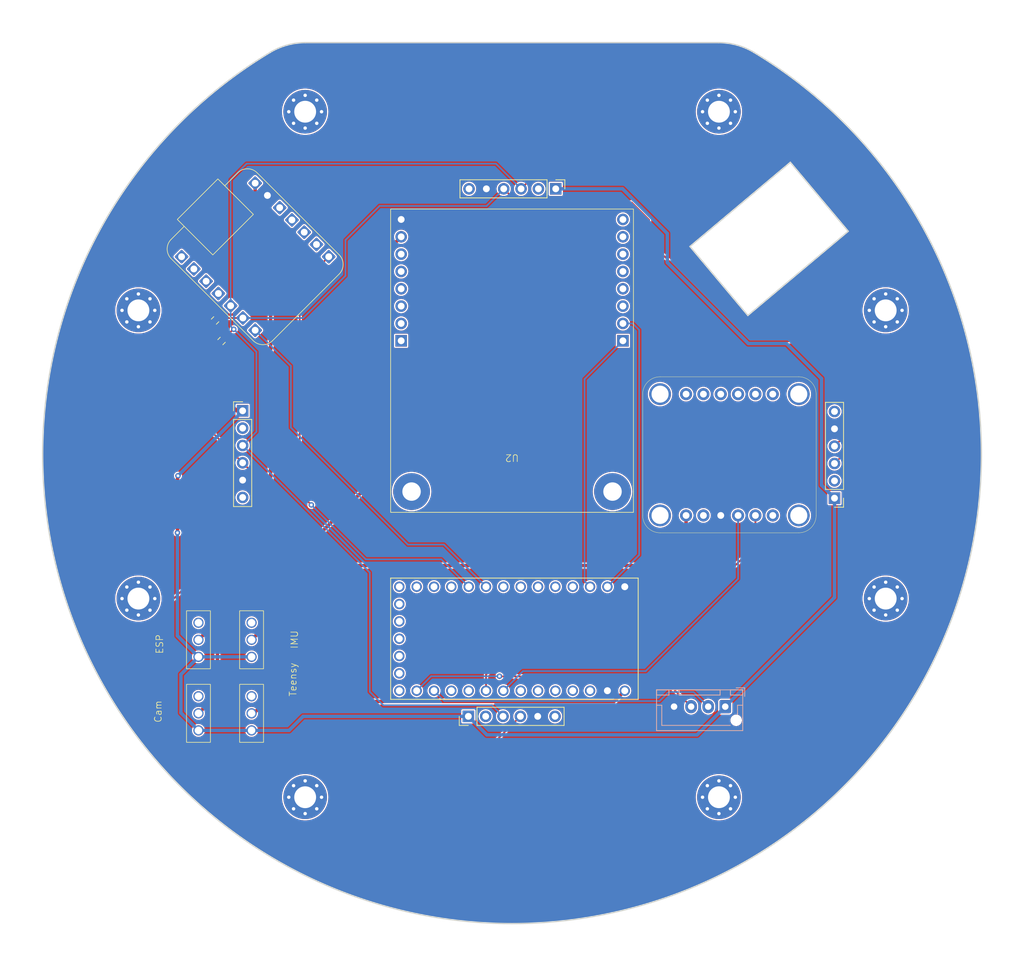
<source format=kicad_pcb>
(kicad_pcb (version 20240108) (generator "pcbnew") (generator_version "8.0")
  (layers (0 "F.Cu" signal) (31 "B.Cu" signal) (34 "B.Paste" user) (35 "F.Paste" user) (36 "B.SilkS" user "B.Silkscreen") (37 "F.SilkS" user "F.Silkscreen") (38 "B.Mask" user) (39 "F.Mask" user) (44 "Edge.Cuts" user))
  (net 0 "")
  (net 1 "/RXL2")
  (net 2 "GND")
  (net 3 "+5V")
  (net 4 "/TXL2")
  (net 5 "SCLToF")
  (net 6 "/TeensySwitch")
  (net 11 "/CompassSwitch")
  (net 12 "/SCLComp")
  (net 16 "/SDAComp")
  (net 20 "/RXCam")
  (net 22 "/TXCam")
  (net 23 "/CameraSwitch")
  (net 34 "/ESPSwitch")
  (net 36 "/TXToF")
  (net 39 "/RXToF")
  (net 142 "SDAToF")
  (footprint "Camera:OpenMV" (layer "F.Cu") (at 105 96.602548 180)
    (property "Reference" "U2" (at 0 -0.5 180) (layer "F.SilkS") (effects (font (thickness 0.1))))
    (property "Value" "~")
    (fp_rect (start -17.78 -8.485) (end 17.78 35.965) (stroke (width 0.1)) (fill none) (layer "F.SilkS"))
    (pad "" thru_hole circle (at -14.717 -5.437 180) (size 5.4 5.4) (drill 2.7) (layers "*.Cu" "*.Mask"))
    (pad "" thru_hole circle (at 14.717 -5.437 180) (size 5.4 5.4) (drill 2.7) (layers "*.Cu" "*.Mask"))
    (pad "1" thru_hole rect (at -16.239 16.661 180) (size 1.7 1.7) (drill 1) (layers "*.Cu" "*.Mask") (net 22 "/TXCam"))
    (pad "2" thru_hole oval (at -16.239 19.201 180) (size 1.7 1.7) (drill 1) (layers "*.Cu" "*.Mask") (net 20 "/RXCam"))
    (pad "3" thru_hole oval (at -16.239 21.741 180) (size 1.7 1.7) (drill 1) (layers "*.Cu" "*.Mask"))
    (pad "4" thru_hole oval (at -16.239 24.281 180) (size 1.7 1.7) (drill 1) (layers "*.Cu" "*.Mask"))
    (pad "5" thru_hole oval (at -16.239 26.821 180) (size 1.7 1.7) (drill 1) (layers "*.Cu" "*.Mask"))
    (pad "6" thru_hole oval (at -16.239 29.361 180) (size 1.7 1.7) (drill 1) (layers "*.Cu" "*.Mask"))
    (pad "7" thru_hole oval (at -16.239 31.901 180) (size 1.7 1.7) (drill 1) (layers "*.Cu" "*.Mask"))
    (pad "8" thru_hole oval (at -16.239 34.441 180) (size 1.7 1.7) (drill 1) (layers "*.Cu" "*.Mask"))
    (pad "9" thru_hole rect (at 16.239 16.661 180) (size 1.7 1.7) (drill 1) (layers "*.Cu" "*.Mask"))
    (pad "10" thru_hole oval (at 16.239 19.201 180) (size 1.7 1.7) (drill 1) (layers "*.Cu" "*.Mask"))
    (pad "11" thru_hole oval (at 16.239 21.741 180) (size 1.7 1.7) (drill 1) (layers "*.Cu" "*.Mask"))
    (pad "12" thru_hole oval (at 16.239 24.281 180) (size 1.7 1.7) (drill 1) (layers "*.Cu" "*.Mask"))
    (pad "13" thru_hole oval (at 16.239 26.821 180) (size 1.7 1.7) (drill 1) (layers "*.Cu" "*.Mask"))
    (pad "14" thru_hole oval (at 16.239 29.361 180) (size 1.7 1.7) (drill 1) (layers "*.Cu" "*.Mask"))
    (pad "15" thru_hole oval (at 16.239 31.901 180) (size 1.7 1.7) (drill 1) (layers "*.Cu" "*.Mask") (net 23 "/CameraSwitch"))
    (pad "16" thru_hole oval (at 16.239 34.441 180) (size 1.7 1.7) (drill 1) (layers "*.Cu" "*.Mask") (net 2 "GND"))
  )
  (footprint "MountingHole:MountingHole_3.2mm_M3_Pad_Via" (layer "F.Cu") (at 50.272 75.482548)
    (property "Reference" "H8" (hide yes))
    (property "Value" "MountingHole_Pad")
    (pad "1" thru_hole circle (at -2.4 0) (size 0.8 0.8) (drill 0.5) (layers "*.Cu" "*.Mask"))
    (pad "1" thru_hole circle (at -1.697056 -1.697056) (size 0.8 0.8) (drill 0.5) (layers "*.Cu" "*.Mask"))
    (pad "1" thru_hole circle (at -1.697056 1.697056) (size 0.8 0.8) (drill 0.5) (layers "*.Cu" "*.Mask"))
    (pad "1" thru_hole circle (at 0 -2.4) (size 0.8 0.8) (drill 0.5) (layers "*.Cu" "*.Mask"))
    (pad "1" thru_hole circle (at 0 0) (size 6.4 6.4) (drill 3.2) (layers "*.Cu" "*.Mask"))
    (pad "1" thru_hole circle (at 0 2.4) (size 0.8 0.8) (drill 0.5) (layers "*.Cu" "*.Mask"))
    (pad "1" thru_hole circle (at 1.697056 -1.697056) (size 0.8 0.8) (drill 0.5) (layers "*.Cu" "*.Mask"))
    (pad "1" thru_hole circle (at 1.697056 1.697056) (size 0.8 0.8) (drill 0.5) (layers "*.Cu" "*.Mask"))
    (pad "1" thru_hole circle (at 2.4 0) (size 0.8 0.8) (drill 0.5) (layers "*.Cu" "*.Mask"))
  )
  (footprint "Resistor_SMD:R_0603_1608Metric_Pad0.98x0.95mm_HandSolder" (layer "F.Cu") (at 62.45 79.97 -135)
    (property "Reference" "R1" (hide yes))
    (property "Value" "1k")
    (fp_line (start -0.254724 0.5225) (end 0.254724 0.5225) (stroke (width 0.12)) (layer "F.SilkS"))
    (fp_line (start -0.254724 -0.5225) (end 0.254724 -0.5225) (stroke (width 0.12)) (layer "F.SilkS"))
    (pad "1" smd roundrect (at -0.9125 0 225) (size 0.975 0.95) (layers "F.Cu" "F.Paste" "F.Mask") (net 142 "SDAToF"))
    (pad "2" smd roundrect (at 0.9125 0 225) (size 0.975 0.95) (layers "F.Cu" "F.Paste" "F.Mask") (net 3 "+5V"))
  )
  (footprint "Button_Switch_THT:SS12D00G3-2.5mm" (layer "F.Cu") (at 59.07 123.76 90)
    (property "Reference" "ESP" (at -0.63 -5.69 90) (layer "F.SilkS") (effects (font (thickness 0.1))))
    (property "Value" "SW_SPDT")
    (fp_rect (start -4.25 -1.75) (end 4.25 1.75) (stroke (width 0.1)) (fill none) (layer "F.SilkS"))
    (pad "1" thru_hole circle (at -2.5 0 90) (size 1.5 1.5) (drill 1.1) (layers "*.Cu" "*.Mask") (net 3 "+5V"))
    (pad "2" thru_hole circle (at 0 0 90) (size 1.5 1.5) (drill 1.1) (layers "*.Cu" "*.Mask") (net 34 "/ESPSwitch"))
    (pad "3" thru_hole circle (at 2.5 0 90) (size 1.5 1.5) (drill 1.1) (layers "*.Cu" "*.Mask"))
  )
  (footprint "MountingHole:MountingHole_3.2mm_M3_Pad_Via" (layer "F.Cu") (at 159.728 117.722548)
    (property "Reference" "H4" (hide yes))
    (property "Value" "MountingHole_Pad")
    (pad "1" thru_hole circle (at -2.4 0) (size 0.8 0.8) (drill 0.5) (layers "*.Cu" "*.Mask"))
    (pad "1" thru_hole circle (at -1.697056 -1.697056) (size 0.8 0.8) (drill 0.5) (layers "*.Cu" "*.Mask"))
    (pad "1" thru_hole circle (at -1.697056 1.697056) (size 0.8 0.8) (drill 0.5) (layers "*.Cu" "*.Mask"))
    (pad "1" thru_hole circle (at 0 -2.4) (size 0.8 0.8) (drill 0.5) (layers "*.Cu" "*.Mask"))
    (pad "1" thru_hole circle (at 0 0) (size 6.4 6.4) (drill 3.2) (layers "*.Cu" "*.Mask"))
    (pad "1" thru_hole circle (at 0 2.4) (size 0.8 0.8) (drill 0.5) (layers "*.Cu" "*.Mask"))
    (pad "1" thru_hole circle (at 1.697056 -1.697056) (size 0.8 0.8) (drill 0.5) (layers "*.Cu" "*.Mask"))
    (pad "1" thru_hole circle (at 1.697056 1.697056) (size 0.8 0.8) (drill 0.5) (layers "*.Cu" "*.Mask"))
    (pad "1" thru_hole circle (at 2.4 0) (size 0.8 0.8) (drill 0.5) (layers "*.Cu" "*.Mask"))
  )
  (footprint "Connector_PinHeader_2.54mm:PinHeader_1x06_P2.54mm_Vertical" (layer "F.Cu") (at 111.4 57.67 -90)
    (property "Reference" "J2" (hide yes))
    (property "Value" "Conn_01x06")
    (fp_line (start -1.33 14.03) (end 1.33 14.03) (stroke (width 0.12)) (layer "F.SilkS"))
    (fp_line (start -1.33 1.27) (end -1.33 14.03) (stroke (width 0.12)) (layer "F.SilkS"))
    (fp_line (start -1.33 1.27) (end 1.33 1.27) (stroke (width 0.12)) (layer "F.SilkS"))
    (fp_line (start 1.33 1.27) (end 1.33 14.03) (stroke (width 0.12)) (layer "F.SilkS"))
    (fp_line (start -1.33 0) (end -1.33 -1.33) (stroke (width 0.12)) (layer "F.SilkS"))
    (fp_line (start -1.33 -1.33) (end 0 -1.33) (stroke (width 0.12)) (layer "F.SilkS"))
    (pad "1" thru_hole rect (at 0 0 270) (size 1.7 1.7) (drill 1) (layers "*.Cu" "*.Mask") (net 3 "+5V"))
    (pad "2" thru_hole oval (at 0 2.54 270) (size 1.7 1.7) (drill 1) (layers "*.Cu" "*.Mask"))
    (pad "3" thru_hole oval (at 0 5.08 270) (size 1.7 1.7) (drill 1) (layers "*.Cu" "*.Mask") (net 142 "SDAToF"))
    (pad "4" thru_hole oval (at 0 7.62 270) (size 1.7 1.7) (drill 1) (layers "*.Cu" "*.Mask") (net 5 "SCLToF"))
    (pad "5" thru_hole oval (at 0 10.16 270) (size 1.7 1.7) (drill 1) (layers "*.Cu" "*.Mask") (net 2 "GND"))
    (pad "6" thru_hole oval (at 0 12.7 270) (size 1.7 1.7) (drill 1) (layers "*.Cu" "*.Mask"))
  )
  (footprint "Board:MODULE_DEV-15583" (layer "F.Cu") (at 105 123.602548 -90)
    (property "Reference" "U4" (hide yes))
    (property "Value" "DEV-15583")
    (fp_line (start -8.89 17.78) (end -8.89 -18.48) (stroke (width 0.127)) (layer "F.SilkS"))
    (fp_line (start 8.89 17.78) (end -8.89 17.78) (stroke (width 0.127)) (layer "F.SilkS"))
    (fp_line (start -8.89 -18.48) (end 8.89 -18.48) (stroke (width 0.127)) (layer "F.SilkS"))
    (fp_line (start 8.89 -18.48) (end 8.89 17.78) (stroke (width 0.127)) (layer "F.SilkS"))
    (pad "0" thru_hole circle (at -7.62 -13.97 270) (size 1.53 1.53) (drill 1.02) (layers "*.Cu" "*.Mask") (net 20 "/RXCam"))
    (pad "1" thru_hole circle (at -7.62 -11.43 270) (size 1.53 1.53) (drill 1.02) (layers "*.Cu" "*.Mask") (net 22 "/TXCam"))
    (pad "2" thru_hole circle (at -7.62 -8.89 270) (size 1.53 1.53) (drill 1.02) (layers "*.Cu" "*.Mask"))
    (pad "3" thru_hole circle (at -7.62 -6.35 270) (size 1.53 1.53) (drill 1.02) (layers "*.Cu" "*.Mask"))
    (pad "3.3V_1" thru_hole circle (at -2.54 16.51 270) (size 1.53 1.53) (drill 1.02) (layers "*.Cu" "*.Mask"))
    (pad "3.3V_2" thru_hole circle (at 7.62 -11.43 270) (size 1.53 1.53) (drill 1.02) (layers "*.Cu" "*.Mask"))
    (pad "4" thru_hole circle (at -7.62 -3.81 270) (size 1.53 1.53) (drill 1.02) (layers "*.Cu" "*.Mask"))
    (pad "5" thru_hole circle (at -7.62 -1.27 270) (size 1.53 1.53) (drill 1.02) (layers "*.Cu" "*.Mask"))
    (pad "6" thru_hole circle (at -7.62 1.27 270) (size 1.53 1.53) (drill 1.02) (layers "*.Cu" "*.Mask"))
    (pad "7" thru_hole circle (at -7.62 3.81 270) (size 1.53 1.53) (drill 1.02) (layers "*.Cu" "*.Mask") (net 36 "/TXToF"))
    (pad "8" thru_hole circle (at -7.62 6.35 270) (size 1.53 1.53) (drill 1.02) (layers "*.Cu" "*.Mask") (net 39 "/RXToF"))
    (pad "9" thru_hole circle (at -7.62 8.89 270) (size 1.53 1.53) (drill 1.02) (layers "*.Cu" "*.Mask"))
    (pad "10" thru_hole circle (at -7.62 11.43 270) (size 1.53 1.53) (drill 1.02) (layers "*.Cu" "*.Mask"))
    (pad "11" thru_hole circle (at -7.62 13.97 270) (size 1.53 1.53) (drill 1.02) (layers "*.Cu" "*.Mask"))
    (pad "12" thru_hole circle (at -7.62 16.51 270) (size 1.53 1.53) (drill 1.02) (layers "*.Cu" "*.Mask"))
    (pad "13" thru_hole circle (at 7.62 16.51 270) (size 1.53 1.53) (drill 1.02) (layers "*.Cu" "*.Mask"))
    (pad "14" thru_hole circle (at 7.62 13.97 270) (size 1.53 1.53) (drill 1.02) (layers "*.Cu" "*.Mask") (net 4 "/TXL2"))
    (pad "15" thru_hole circle (at 7.62 11.43 270) (size 1.53 1.53) (drill 1.02) (layers "*.Cu" "*.Mask") (net 1 "/RXL2"))
    (pad "16" thru_hole circle (at 7.62 8.89 270) (size 1.53 1.53) (drill 1.02) (layers "*.Cu" "*.Mask"))
    (pad "17" thru_hole circle (at 7.62 6.35 270) (size 1.53 1.53) (drill 1.02) (layers "*.Cu" "*.Mask"))
    (pad "18" thru_hole circle (at 7.62 3.81 270) (size 1.53 1.53) (drill 1.02) (layers "*.Cu" "*.Mask") (net 16 "/SDAComp"))
    (pad "19" thru_hole circle (at 7.62 1.27 270) (size 1.53 1.53) (drill 1.02) (layers "*.Cu" "*.Mask") (net 12 "/SCLComp"))
    (pad "20" thru_hole circle (at 7.62 -1.27 270) (size 1.53 1.53) (drill 1.02) (layers "*.Cu" "*.Mask"))
    (pad "21" thru_hole circle (at 7.62 -3.81 270) (size 1.53 1.53) (drill 1.02) (layers "*.Cu" "*.Mask"))
    (pad "22" thru_hole circle (at 7.62 -6.35 270) (size 1.53 1.53) (drill 1.02) (layers "*.Cu" "*.Mask"))
    (pad "23" thru_hole circle (at 7.62 -8.89 270) (size 1.53 1.53) (drill 1.02) (layers "*.Cu" "*.Mask"))
    (pad "G1" thru_hole circle (at -7.62 -16.51 270) (size 1.53 1.53) (drill 1.02) (layers "*.Cu" "*.Mask") (net 2 "GND"))
    (pad "G2" thru_hole circle (at 0 16.51 270) (size 1.53 1.53) (drill 1.02) (layers "*.Cu" "*.Mask"))
    (pad "G3" thru_hole circle (at 7.62 -13.97 270) (size 1.53 1.53) (drill 1.02) (layers "*.Cu" "*.Mask") (net 2 "GND"))
    (pad "ON-OFF" thru_hole circle (at 5.08 16.51 270) (size 1.53 1.53) (drill 1.02) (layers "*.Cu" "*.Mask"))
    (pad "PGM" thru_hole circle (at 2.54 16.51 270) (size 1.53 1.53) (drill 1.02) (layers "*.Cu" "*.Mask"))
    (pad "VBAT" thru_hole circle (at -5.08 16.51 270) (size 1.53 1.53) (drill 1.02) (layers "*.Cu" "*.Mask"))
    (pad "VIN" thru_hole circle (at 7.62 -16.51 270) (size 1.53 1.53) (drill 1.02) (layers "*.Cu" "*.Mask") (net 6 "/TeensySwitch"))
  )
  (footprint "Button_Switch_THT:SS12D00G3-2.5mm" (layer "F.Cu") (at 66.85 123.76 90)
    (property "Reference" "IMU" (at 0.03 6.28 90) (layer "F.SilkS") (effects (font (thickness 0.1))))
    (property "Value" "SW_SPDT")
    (fp_rect (start -4.25 -1.75) (end 4.25 1.75) (stroke (width 0.1)) (fill none) (layer "F.SilkS"))
    (pad "1" thru_hole circle (at -2.5 0 90) (size 1.5 1.5) (drill 1.1) (layers "*.Cu" "*.Mask") (net 3 "+5V"))
    (pad "2" thru_hole circle (at 0 0 90) (size 1.5 1.5) (drill 1.1) (layers "*.Cu" "*.Mask") (net 11 "/CompassSwitch"))
    (pad "3" thru_hole circle (at 2.5 0 90) (size 1.5 1.5) (drill 1.1) (layers "*.Cu" "*.Mask"))
  )
  (footprint "Button_Switch_THT:SS12D00G3-2.5mm" (layer "F.Cu") (at 59.07 134.54 90)
    (property "Reference" "Cam" (at 0.26 -5.91 90) (layer "F.SilkS") (effects (font (thickness 0.1))))
    (property "Value" "SW_SPDT")
    (fp_rect (start -4.25 -1.75) (end 4.25 1.75) (stroke (width 0.1)) (fill none) (layer "F.SilkS"))
    (pad "1" thru_hole circle (at -2.5 0 90) (size 1.5 1.5) (drill 1.1) (layers "*.Cu" "*.Mask") (net 3 "+5V"))
    (pad "2" thru_hole circle (at 0 0 90) (size 1.5 1.5) (drill 1.1) (layers "*.Cu" "*.Mask") (net 23 "/CameraSwitch"))
    (pad "3" thru_hole circle (at 2.5 0 90) (size 1.5 1.5) (drill 1.1) (layers "*.Cu" "*.Mask"))
  )
  (footprint "MountingHole:MountingHole_3.2mm_M3_Pad_Via" (layer "F.Cu") (at 135.303 146.832548)
    (property "Reference" "H5" (hide yes))
    (property "Value" "MountingHole_Pad")
    (pad "1" thru_hole circle (at -2.4 0) (size 0.8 0.8) (drill 0.5) (layers "*.Cu" "*.Mask"))
    (pad "1" thru_hole circle (at -1.697056 -1.697056) (size 0.8 0.8) (drill 0.5) (layers "*.Cu" "*.Mask"))
    (pad "1" thru_hole circle (at -1.697056 1.697056) (size 0.8 0.8) (drill 0.5) (layers "*.Cu" "*.Mask"))
    (pad "1" thru_hole circle (at 0 -2.4) (size 0.8 0.8) (drill 0.5) (layers "*.Cu" "*.Mask"))
    (pad "1" thru_hole circle (at 0 0) (size 6.4 6.4) (drill 3.2) (layers "*.Cu" "*.Mask"))
    (pad "1" thru_hole circle (at 0 2.4) (size 0.8 0.8) (drill 0.5) (layers "*.Cu" "*.Mask"))
    (pad "1" thru_hole circle (at 1.697056 -1.697056) (size 0.8 0.8) (drill 0.5) (layers "*.Cu" "*.Mask"))
    (pad "1" thru_hole circle (at 1.697056 1.697056) (size 0.8 0.8) (drill 0.5) (layers "*.Cu" "*.Mask"))
    (pad "1" thru_hole circle (at 2.4 0) (size 0.8 0.8) (drill 0.5) (layers "*.Cu" "*.Mask"))
  )
  (footprint "MountingHole:MountingHole_3.2mm_M3_Pad_Via" (layer "F.Cu") (at 50.272 117.722548)
    (property "Reference" "H7" (hide yes))
    (property "Value" "MountingHole_Pad")
    (pad "1" thru_hole circle (at -2.4 0) (size 0.8 0.8) (drill 0.5) (layers "*.Cu" "*.Mask"))
    (pad "1" thru_hole circle (at -1.697056 -1.697056) (size 0.8 0.8) (drill 0.5) (layers "*.Cu" "*.Mask"))
    (pad "1" thru_hole circle (at -1.697056 1.697056) (size 0.8 0.8) (drill 0.5) (layers "*.Cu" "*.Mask"))
    (pad "1" thru_hole circle (at 0 -2.4) (size 0.8 0.8) (drill 0.5) (layers "*.Cu" "*.Mask"))
    (pad "1" thru_hole circle (at 0 0) (size 6.4 6.4) (drill 3.2) (layers "*.Cu" "*.Mask"))
    (pad "1" thru_hole circle (at 0 2.4) (size 0.8 0.8) (drill 0.5) (layers "*.Cu" "*.Mask"))
    (pad "1" thru_hole circle (at 1.697056 -1.697056) (size 0.8 0.8) (drill 0.5) (layers "*.Cu" "*.Mask"))
    (pad "1" thru_hole circle (at 1.697056 1.697056) (size 0.8 0.8) (drill 0.5) (layers "*.Cu" "*.Mask"))
    (pad "1" thru_hole circle (at 2.4 0) (size 0.8 0.8) (drill 0.5) (layers "*.Cu" "*.Mask"))
  )
  (footprint "MountingHole:MountingHole_3.2mm_M3_Pad_Via" (layer "F.Cu") (at 159.728 75.482548)
    (property "Reference" "H3" (hide yes))
    (property "Value" "MountingHole_Pad")
    (pad "1" thru_hole circle (at -2.4 0) (size 0.8 0.8) (drill 0.5) (layers "*.Cu" "*.Mask"))
    (pad "1" thru_hole circle (at -1.697056 -1.697056) (size 0.8 0.8) (drill 0.5) (layers "*.Cu" "*.Mask"))
    (pad "1" thru_hole circle (at -1.697056 1.697056) (size 0.8 0.8) (drill 0.5) (layers "*.Cu" "*.Mask"))
    (pad "1" thru_hole circle (at 0 -2.4) (size 0.8 0.8) (drill 0.5) (layers "*.Cu" "*.Mask"))
    (pad "1" thru_hole circle (at 0 0) (size 6.4 6.4) (drill 3.2) (layers "*.Cu" "*.Mask"))
    (pad "1" thru_hole circle (at 0 2.4) (size 0.8 0.8) (drill 0.5) (layers "*.Cu" "*.Mask"))
    (pad "1" thru_hole circle (at 1.697056 -1.697056) (size 0.8 0.8) (drill 0.5) (layers "*.Cu" "*.Mask"))
    (pad "1" thru_hole circle (at 1.697056 1.697056) (size 0.8 0.8) (drill 0.5) (layers "*.Cu" "*.Mask"))
    (pad "1" thru_hole circle (at 2.4 0) (size 0.8 0.8) (drill 0.5) (layers "*.Cu" "*.Mask"))
  )
  (footprint "Button_Switch_THT:SS12D00G3-2.5mm" (layer "F.Cu") (at 66.85 134.54 90)
    (property "Reference" "Teensy" (at 4.95 6.06 90) (layer "F.SilkS") (effects (font (thickness 0.1))))
    (property "Value" "SW_SPDT")
    (fp_rect (start -4.25 -1.75) (end 4.25 1.75) (stroke (width 0.1)) (fill none) (layer "F.SilkS"))
    (pad "1" thru_hole circle (at -2.5 0 90) (size 1.5 1.5) (drill 1.1) (layers "*.Cu" "*.Mask") (net 3 "+5V"))
    (pad "2" thru_hole circle (at 0 0 90) (size 1.5 1.5) (drill 1.1) (layers "*.Cu" "*.Mask") (net 6 "/TeensySwitch"))
    (pad "3" thru_hole circle (at 2.5 0 90) (size 1.5 1.5) (drill 1.1) (layers "*.Cu" "*.Mask"))
  )
  (footprint "Board:xiao-esp32c3" (layer "F.Cu") (at 67.373693 67.62 45)
    (property "Reference" "U3" (hide yes))
    (property "Value" "~" (hide yes))
    (fp_line (start -6.9 -10.5) (end -4.2 -10.5) (stroke (width 0.1)) (layer "F.SilkS"))
    (fp_line (start -8.9 -8.5) (end -8.9 8.5) (stroke (width 0.1)) (layer "F.SilkS"))
    (fp_line (start 4.2 -10.5) (end 6.9 -10.5) (stroke (width 0.1)) (layer "F.SilkS"))
    (fp_line (start -6.9 10.5) (end 6.9 10.5) (stroke (width 0.1)) (layer "F.SilkS"))
    (fp_line (start 8.9 8.5) (end 8.9 -8.5) (stroke (width 0.1)) (layer "F.SilkS"))
    (fp_arc (start -8.9 -8.5) (mid -8.314214 -9.914214) (end -6.9 -10.5) (stroke (width 0.1)) (layer "F.SilkS"))
    (fp_arc (start 6.9 -10.5) (mid 8.314213 -9.914213) (end 8.9 -8.5) (stroke (width 0.1)) (layer "F.SilkS"))
    (fp_arc (start -6.9 10.5) (mid -8.314212 9.914212) (end -8.9 8.5) (stroke (width 0.1)) (layer "F.SilkS"))
    (fp_arc (start 8.9 8.5) (mid 8.314214 9.914214) (end 6.9 10.5) (stroke (width 0.1)) (layer "F.SilkS"))
    (fp_poly (pts (xy -8.887715 -8.561705) (xy -8.884667 -8.610473) (xy -8.880604 -8.659494)) (stroke (width 0.0254)) (fill none) (layer "F.SilkS"))
    (fp_poly (pts (xy -4.2 -11.92403) (xy 4.2 -11.92403) (xy 4.2 -4.57073) (xy -4.2 -4.57073)) (stroke (width 0.1)) (fill none) (layer "F.SilkS"))
    (fp_poly (pts (xy 8.889492 8.521574) (xy 8.887713 8.57085) (xy 8.884665 8.619618) (xy 8.880601 8.668639) (xy 8.875268 8.717407) (xy 8.868664 8.766175) (xy 8.861044 8.81469) (xy 8.852152 8.86295) (xy 8.842248 8.910955)) (stroke (width 0.0254)) (fill none) (layer "F.SilkS"))
    (pad "0" thru_hole roundrect (at -7.62 -7.62 225) (size 1.5 1.5) (drill 1) (layers "*.Cu" "*.Mask") (roundrect_rratio 0.1))
    (pad "1" thru_hole roundrect (at -7.62 -5.08 225) (size 1.5 1.5) (drill 1) (layers "*.Cu" "*.Mask") (roundrect_rratio 0.1))
    (pad "2" thru_hole roundrect (at -7.62 -2.54 225) (size 1.5 1.5) (drill 1) (layers "*.Cu" "*.Mask") (roundrect_rratio 0.1))
    (pad "3" thru_hole roundrect (at -7.62 0 225) (size 1.5 1.5) (drill 1) (layers "*.Cu" "*.Mask") (roundrect_rratio 0.1))
    (pad "4" thru_hole roundrect (at -7.62 2.54 225) (size 1.5 1.5) (drill 1) (layers "*.Cu" "*.Mask") (roundrect_rratio 0.1) (net 142 "SDAToF"))
    (pad "5" thru_hole roundrect (at -7.62 5.08 225) (size 1.5 1.5) (drill 1) (layers "*.Cu" "*.Mask") (roundrect_rratio 0.1) (net 5 "SCLToF"))
    (pad "6" thru_hole roundrect (at -7.62 7.62 225) (size 1.5 1.5) (drill 1) (layers "*.Cu" "*.Mask") (roundrect_rratio 0.1) (net 36 "/TXToF"))
    (pad "7" thru_hole roundrect (at 7.62 7.62 45) (size 1.5 1.5) (drill 1) (layers "*.Cu" "*.Mask") (roundrect_rratio 0.1) (net 39 "/RXToF"))
    (pad "8" thru_hole roundrect (at 7.62 5.08 45) (size 1.5 1.5) (drill 1) (layers "*.Cu" "*.Mask") (roundrect_rratio 0.1))
    (pad "9" thru_hole roundrect (at 7.62 2.54 45) (size 1.5 1.5) (drill 1) (layers "*.Cu" "*.Mask") (roundrect_rratio 0.1))
    (pad "10" thru_hole roundrect (at 7.62 0 45) (size 1.5 1.5) (drill 1) (layers "*.Cu" "*.Mask") (roundrect_rratio 0.1))
    (pad "11" thru_hole roundrect (at 7.62 -2.54 45) (size 1.5 1.5) (drill 1) (layers "*.Cu" "*.Mask") (roundrect_rratio 0.1))
    (pad "12" thru_hole roundrect (at 7.62 -5.08 45) (size 1.5 1.5) (drill 1) (layers "*.Cu" "*.Mask") (roundrect_rratio 0.1) (net 2 "GND"))
    (pad "13" thru_hole roundrect (at 7.62 -7.62 45) (size 1.5 1.5) (drill 1) (layers "*.Cu" "*.Mask") (roundrect_rratio 0.1) (net 34 "/ESPSwitch"))
  )
  (footprint "Connector_PinHeader_2.54mm:PinHeader_1x06_P2.54mm_Vertical" (layer "F.Cu") (at 152.23 103.002548 180)
    (property "Reference" "J3" (hide yes))
    (property "Value" "Conn_01x06")
    (fp_line (start 1.33 1.27) (end 1.33 14.03) (stroke (width 0.12)) (layer "F.SilkS"))
    (fp_line (start -1.33 14.03) (end 1.33 14.03) (stroke (width 0.12)) (layer "F.SilkS"))
    (fp_line (start -1.33 1.27) (end 1.33 1.27) (stroke (width 0.12)) (layer "F.SilkS"))
    (fp_line (start -1.33 1.27) (end -1.33 14.03) (stroke (width 0.12)) (layer "F.SilkS"))
    (fp_line (start -1.33 0) (end -1.33 -1.33) (stroke (width 0.12)) (layer "F.SilkS"))
    (fp_line (start -1.33 -1.33) (end 0 -1.33) (stroke (width 0.12)) (layer "F.SilkS"))
    (pad "1" thru_hole rect (at 0 0 180) (size 1.7 1.7) (drill 1) (layers "*.Cu" "*.Mask") (net 3 "+5V"))
    (pad "2" thru_hole oval (at 0 2.54 180) (size 1.7 1.7) (drill 1) (layers "*.Cu" "*.Mask"))
    (pad "3" thru_hole oval (at 0 5.08 180) (size 1.7 1.7) (drill 1) (layers "*.Cu" "*.Mask") (net 142 "SDAToF"))
    (pad "4" thru_hole oval (at 0 7.62 180) (size 1.7 1.7) (drill 1) (layers "*.Cu" "*.Mask") (net 5 "SCLToF"))
    (pad "5" thru_hole oval (at 0 10.16 180) (size 1.7 1.7) (drill 1) (layers "*.Cu" "*.Mask") (net 2 "GND"))
    (pad "6" thru_hole oval (at 0 12.7 180) (size 1.7 1.7) (drill 1) (layers "*.Cu" "*.Mask"))
  )
  (footprint "Connector_PinHeader_2.54mm:PinHeader_1x06_P2.54mm_Vertical" (layer "F.Cu") (at 65.54 90.202548)
    (property "Reference" "J5" (hide yes))
    (property "Value" "Conn_01x06")
    (fp_line (start -1.33 -1.33) (end 0 -1.33) (stroke (width 0.12)) (layer "F.SilkS"))
    (fp_line (start -1.33 0) (end -1.33 -1.33) (stroke (width 0.12)) (layer "F.SilkS"))
    (fp_line (start -1.33 1.27) (end -1.33 14.03) (stroke (width 0.12)) (layer "F.SilkS"))
    (fp_line (start -1.33 1.27) (end 1.33 1.27) (stroke (width 0.12)) (layer "F.SilkS"))
    (fp_line (start -1.33 14.03) (end 1.33 14.03) (stroke (width 0.12)) (layer "F.SilkS"))
    (fp_line (start 1.33 1.27) (end 1.33 14.03) (stroke (width 0.12)) (layer "F.SilkS"))
    (pad "1" thru_hole rect (at 0 0) (size 1.7 1.7) (drill 1) (layers "*.Cu" "*.Mask") (net 3 "+5V"))
    (pad "2" thru_hole oval (at 0 2.54) (size 1.7 1.7) (drill 1) (layers "*.Cu" "*.Mask"))
    (pad "3" thru_hole oval (at 0 5.08) (size 1.7 1.7) (drill 1) (layers "*.Cu" "*.Mask") (net 142 "SDAToF"))
    (pad "4" thru_hole oval (at 0 7.62) (size 1.7 1.7) (drill 1) (layers "*.Cu" "*.Mask") (net 5 "SCLToF"))
    (pad "5" thru_hole oval (at 0 10.16) (size 1.7 1.7) (drill 1) (layers "*.Cu" "*.Mask") (net 2 "GND"))
    (pad "6" thru_hole oval (at 0 12.7) (size 1.7 1.7) (drill 1) (layers "*.Cu" "*.Mask"))
  )
  (footprint "MountingHole:MountingHole_3.2mm_M3_Pad_Via" (layer "F.Cu") (at 74.697 46.372548)
    (property "Reference" "H1" (hide yes))
    (property "Value" "MountingHole_Pad")
    (pad "1" thru_hole circle (at -2.4 0) (size 0.8 0.8) (drill 0.5) (layers "*.Cu" "*.Mask"))
    (pad "1" thru_hole circle (at -1.697056 -1.697056) (size 0.8 0.8) (drill 0.5) (layers "*.Cu" "*.Mask"))
    (pad "1" thru_hole circle (at -1.697056 1.697056) (size 0.8 0.8) (drill 0.5) (layers "*.Cu" "*.Mask"))
    (pad "1" thru_hole circle (at 0 -2.4) (size 0.8 0.8) (drill 0.5) (layers "*.Cu" "*.Mask"))
    (pad "1" thru_hole circle (at 0 0) (size 6.4 6.4) (drill 3.2) (layers "*.Cu" "*.Mask"))
    (pad "1" thru_hole circle (at 0 2.4) (size 0.8 0.8) (drill 0.5) (layers "*.Cu" "*.Mask"))
    (pad "1" thru_hole circle (at 1.697056 -1.697056) (size 0.8 0.8) (drill 0.5) (layers "*.Cu" "*.Mask"))
    (pad "1" thru_hole circle (at 1.697056 1.697056) (size 0.8 0.8) (drill 0.5) (layers "*.Cu" "*.Mask"))
    (pad "1" thru_hole circle (at 2.4 0) (size 0.8 0.8) (drill 0.5) (layers "*.Cu" "*.Mask"))
  )
  (footprint "MountingHole:MountingHole_3.2mm_M3_Pad_Via" (layer "F.Cu") (at 135.303 46.372548)
    (property "Reference" "H2" (hide yes))
    (property "Value" "MountingHole_Pad")
    (pad "1" thru_hole circle (at -2.4 0) (size 0.8 0.8) (drill 0.5) (layers "*.Cu" "*.Mask"))
    (pad "1" thru_hole circle (at -1.697056 -1.697056) (size 0.8 0.8) (drill 0.5) (layers "*.Cu" "*.Mask"))
    (pad "1" thru_hole circle (at -1.697056 1.697056) (size 0.8 0.8) (drill 0.5) (layers "*.Cu" "*.Mask"))
    (pad "1" thru_hole circle (at 0 -2.4) (size 0.8 0.8) (drill 0.5) (layers "*.Cu" "*.Mask"))
    (pad "1" thru_hole circle (at 0 0) (size 6.4 6.4) (drill 3.2) (layers "*.Cu" "*.Mask"))
    (pad "1" thru_hole circle (at 0 2.4) (size 0.8 0.8) (drill 0.5) (layers "*.Cu" "*.Mask"))
    (pad "1" thru_hole circle (at 1.697056 -1.697056) (size 0.8 0.8) (drill 0.5) (layers "*.Cu" "*.Mask"))
    (pad "1" thru_hole circle (at 1.697056 1.697056) (size 0.8 0.8) (drill 0.5) (layers "*.Cu" "*.Mask"))
    (pad "1" thru_hole circle (at 2.4 0) (size 0.8 0.8) (drill 0.5) (layers "*.Cu" "*.Mask"))
  )
  (footprint "MountingHole:MountingHole_3.2mm_M3_Pad_Via" (layer "F.Cu") (at 74.697 146.832548)
    (property "Reference" "H6" (hide yes))
    (property "Value" "MountingHole_Pad")
    (pad "1" thru_hole circle (at -2.4 0) (size 0.8 0.8) (drill 0.5) (layers "*.Cu" "*.Mask"))
    (pad "1" thru_hole circle (at -1.697056 -1.697056) (size 0.8 0.8) (drill 0.5) (layers "*.Cu" "*.Mask"))
    (pad "1" thru_hole circle (at -1.697056 1.697056) (size 0.8 0.8) (drill 0.5) (layers "*.Cu" "*.Mask"))
    (pad "1" thru_hole circle (at 0 -2.4) (size 0.8 0.8) (drill 0.5) (layers "*.Cu" "*.Mask"))
    (pad "1" thru_hole circle (at 0 0) (size 6.4 6.4) (drill 3.2) (layers "*.Cu" "*.Mask"))
    (pad "1" thru_hole circle (at 0 2.4) (size 0.8 0.8) (drill 0.5) (layers "*.Cu" "*.Mask"))
    (pad "1" thru_hole circle (at 1.697056 -1.697056) (size 0.8 0.8) (drill 0.5) (layers "*.Cu" "*.Mask"))
    (pad "1" thru_hole circle (at 1.697056 1.697056) (size 0.8 0.8) (drill 0.5) (layers "*.Cu" "*.Mask"))
    (pad "1" thru_hole circle (at 2.4 0) (size 0.8 0.8) (drill 0.5) (layers "*.Cu" "*.Mask"))
  )
  (footprint "Resistor_SMD:R_0603_1608Metric_Pad0.98x0.95mm_HandSolder" (layer "F.Cu") (at 61.5 76.962 -135)
    (property "Reference" "R2" (hide yes))
    (property "Value" "1k")
    (fp_line (start -0.254724 0.5225) (end 0.254724 0.5225) (stroke (width 0.12)) (layer "F.SilkS"))
    (fp_line (start -0.254724 -0.5225) (end 0.254724 -0.5225) (stroke (width 0.12)) (layer "F.SilkS"))
    (pad "1" smd roundrect (at -0.9125 0 225) (size 0.975 0.95) (layers "F.Cu" "F.Paste" "F.Mask") (net 5 "SCLToF"))
    (pad "2" smd roundrect (at 0.9125 0 225) (size 0.975 0.95) (layers "F.Cu" "F.Paste" "F.Mask") (net 3 "+5V"))
  )
  (footprint "Connector_PinHeader_2.54mm:PinHeader_1x06_P2.54mm_Vertical" (layer "F.Cu") (at 98.6 134.98 90)
    (property "Reference" "J4" (hide yes))
    (property "Value" "Conn_01x06")
    (fp_line (start -1.33 -1.33) (end 0 -1.33) (stroke (width 0.12)) (layer "F.SilkS"))
    (fp_line (start -1.33 0) (end -1.33 -1.33) (stroke (width 0.12)) (layer "F.SilkS"))
    (fp_line (start 1.33 1.27) (end 1.33 14.03) (stroke (width 0.12)) (layer "F.SilkS"))
    (fp_line (start -1.33 1.27) (end 1.33 1.27) (stroke (width 0.12)) (layer "F.SilkS"))
    (fp_line (start -1.33 1.27) (end -1.33 14.03) (stroke (width 0.12)) (layer "F.SilkS"))
    (fp_line (start -1.33 14.03) (end 1.33 14.03) (stroke (width 0.12)) (layer "F.SilkS"))
    (pad "1" thru_hole rect (at 0 0 90) (size 1.7 1.7) (drill 1) (layers "*.Cu" "*.Mask") (net 3 "+5V"))
    (pad "2" thru_hole oval (at 0 2.54 90) (size 1.7 1.7) (drill 1) (layers "*.Cu" "*.Mask"))
    (pad "3" thru_hole oval (at 0 5.08 90) (size 1.7 1.7) (drill 1) (layers "*.Cu" "*.Mask") (net 142 "SDAToF"))
    (pad "4" thru_hole oval (at 0 7.62 90) (size 1.7 1.7) (drill 1) (layers "*.Cu" "*.Mask") (net 5 "SCLToF"))
    (pad "5" thru_hole oval (at 0 10.16 90) (size 1.7 1.7) (drill 1) (layers "*.Cu" "*.Mask") (net 2 "GND"))
    (pad "6" thru_hole oval (at 0 12.7 90) (size 1.7 1.7) (drill 1) (layers "*.Cu" "*.Mask"))
  )
  (footprint "Sensor_Motion:BNO085" (layer "F.Cu") (at 136.84 96.65)
    (property "Reference" "U1" (hide yes))
    (property "Value" "~")
    (fp_line (start -12.7 -8.89) (end -12.7 8.89) (stroke (width 0.05)) (layer "F.SilkS"))
    (fp_line (start -10.16 11.43) (end 10.16 11.43) (stroke (width 0.05)) (layer "F.SilkS"))
    (fp_line (start 10.16 -11.43) (end -10.16 -11.43) (stroke (width 0.05)) (layer "F.SilkS"))
    (fp_line (start 12.7 8.89) (end 12.7 -8.89) (stroke (width 0.05)) (layer "F.SilkS"))
    (fp_arc (start -12.7 -8.89) (mid -11.956051 -10.686051) (end -10.16 -11.43) (stroke (width 0.05)) (layer "F.SilkS"))
    (fp_arc (start -10.16 11.43) (mid -11.956051 10.686051) (end -12.7 8.89) (stroke (width 0.05)) (layer "F.SilkS"))
    (fp_arc (start 10.16 -11.43) (mid 11.956051 -10.686051) (end 12.7 -8.89) (stroke (width 0.05)) (layer "F.SilkS"))
    (fp_arc (start 12.7 8.89) (mid 11.956051 10.686051) (end 10.16 11.43) (stroke (width 0.05)) (layer "F.SilkS"))
    (pad "0" thru_hole circle (at -6.35 8.89 90) (size 1.778 1.778) (drill 1) (layers "*.Cu" "*.Mask") (net 11 "/CompassSwitch"))
    (pad "1" thru_hole circle (at -3.81 8.89 90) (size 1.778 1.778) (drill 1) (layers "*.Cu" "*.Mask"))
    (pad "2" thru_hole circle (at -1.27 8.89 90) (size 1.778 1.778) (drill 1) (layers "*.Cu" "*.Mask") (net 2 "GND"))
    (pad "3" thru_hole circle (at 1.27 8.89 90) (size 1.778 1.778) (drill 1) (layers "*.Cu" "*.Mask") (net 12 "/SCLComp"))
    (pad "4" thru_hole circle (at 3.81 8.89 90) (size 1.778 1.778) (drill 1) (layers "*.Cu" "*.Mask") (net 16 "/SDAComp"))
    (pad "5" thru_hole circle (at 6.35 8.89 90) (size 1.778 1.778) (drill 1) (layers "*.Cu" "*.Mask"))
    (pad "6" thru_hole circle (at 6.35 -8.89 90) (size 1.778 1.778) (drill 1) (layers "*.Cu" "*.Mask"))
    (pad "7" thru_hole circle (at 3.81 -8.89 90) (size 1.778 1.778) (drill 1) (layers "*.Cu" "*.Mask"))
    (pad "8" thru_hole circle (at 1.27 -8.89 90) (size 1.778 1.778) (drill 1) (layers "*.Cu" "*.Mask"))
    (pad "9" thru_hole circle (at -1.27 -8.89 90) (size 1.778 1.778) (drill 1) (layers "*.Cu" "*.Mask"))
    (pad "10" thru_hole circle (at -3.81 -8.89 90) (size 1.778 1.778) (drill 1) (layers "*.Cu" "*.Mask"))
    (pad "11" thru_hole circle (at -6.35 -8.89 90) (size 1.778 1.778) (drill 1) (layers "*.Cu" "*.Mask"))
    (pad "P$1" thru_hole circle (at -10.16 -8.89) (size 3.2 3.2) (drill 2.5) (layers "*.Cu" "*.Mask"))
    (pad "P$1" thru_hole circle (at -10.16 8.89) (size 3.2 3.2) (drill 2.5) (layers "*.Cu" "*.Mask"))
    (pad "P$1" thru_hole circle (at 10.16 -8.89) (size 3.2 3.2) (drill 2.5) (layers "*.Cu" "*.Mask"))
    (pad "P$1" thru_hole circle (at 10.16 8.89) (size 3.2 3.2) (drill 2.5) (layers "*.Cu" "*.Mask"))
  )
  (footprint "Connector_JST:JST_XH_B4B-XH-AM_1x04_P2.50mm_Vertical" (layer "B.Cu") (at 136.23 133.555 180)
    (property "Reference" "J1" (hide yes))
    (property "Value" "Conn_01x04")
    (fp_line (start 10.06 2.46) (end 10.06 -3.51) (stroke (width 0.12)) (layer "B.SilkS"))
    (fp_line (start 10.06 -3.51) (end -2.56 -3.51) (stroke (width 0.12)) (layer "B.SilkS"))
    (fp_line (start 10.05 2.45) (end 10.05 1.7) (stroke (width 0.12)) (layer "B.SilkS"))
    (fp_line (start 10.05 1.7) (end 8.25 1.7) (stroke (width 0.12)) (layer "B.SilkS"))
    (fp_line (start 9.3 0.2) (end 10.05 0.2) (stroke (width 0.12)) (layer "B.SilkS"))
    (fp_line (start 9.3 -2.75) (end 9.3 0.2) (stroke (width 0.12)) (layer "B.SilkS"))
    (fp_line (start 8.25 2.45) (end 10.05 2.45) (stroke (width 0.12)) (layer "B.SilkS"))
    (fp_line (start 8.25 1.7) (end 8.25 2.45) (stroke (width 0.12)) (layer "B.SilkS"))
    (fp_line (start 6.75 2.45) (end 6.75 1.7) (stroke (width 0.12)) (layer "B.SilkS"))
    (fp_line (start 6.75 1.7) (end 0.75 1.7) (stroke (width 0.12)) (layer "B.SilkS"))
    (fp_line (start 3.75 -2.75) (end 9.3 -2.75) (stroke (width 0.12)) (layer "B.SilkS"))
    (fp_line (start 0.75 2.45) (end 6.75 2.45) (stroke (width 0.12)) (layer "B.SilkS"))
    (fp_line (start 0.75 1.7) (end 0.75 2.45) (stroke (width 0.12)) (layer "B.SilkS"))
    (fp_line (start -0.74 -2.75) (end 3.75 -2.75) (stroke (width 0.12)) (layer "B.SilkS"))
    (fp_line (start -0.75 2.45) (end -0.75 1.7) (stroke (width 0.12)) (layer "B.SilkS"))
    (fp_line (start -0.75 1.7) (end -2.55 1.7) (stroke (width 0.12)) (layer "B.SilkS"))
    (fp_line (start -1.8 0.2) (end -2.55 0.2) (stroke (width 0.12)) (layer "B.SilkS"))
    (fp_line (start -1.8 -1.14) (end -1.8 0.2) (stroke (width 0.12)) (layer "B.SilkS"))
    (fp_line (start -2.55 2.45) (end -0.75 2.45) (stroke (width 0.12)) (layer "B.SilkS"))
    (fp_line (start -2.55 1.7) (end -2.55 2.45) (stroke (width 0.12)) (layer "B.SilkS"))
    (fp_line (start -2.56 2.46) (end 10.06 2.46) (stroke (width 0.12)) (layer "B.SilkS"))
    (fp_line (start -2.56 -3.51) (end -2.56 2.46) (stroke (width 0.12)) (layer "B.SilkS"))
    (fp_line (start -2.85 2.75) (end -1.6 2.75) (stroke (width 0.12)) (layer "B.SilkS"))
    (fp_line (start -2.85 1.5) (end -2.85 2.75) (stroke (width 0.12)) (layer "B.SilkS"))
    (pad "" np_thru_hole circle (at -1.6 -2 180) (size 1.2 1.2) (drill 1.2) (layers "*.Cu" "*.Mask"))
    (pad "1" thru_hole roundrect (at 0 0 180) (size 1.7 1.95) (drill 0.95) (layers "*.Cu" "*.Mask") (roundrect_rratio 0.147059) (net 3 "+5V"))
    (pad "2" thru_hole oval (at 2.5 0 180) (size 1.7 1.95) (drill 0.95) (layers "*.Cu" "*.Mask") (net 1 "/RXL2"))
    (pad "3" thru_hole oval (at 5 0 180) (size 1.7 1.95) (drill 0.95) (layers "*.Cu" "*.Mask") (net 4 "/TXL2"))
    (pad "4" thru_hole oval (at 7.5 0 180) (size 1.7 1.95) (drill 0.95) (layers "*.Cu" "*.Mask") (net 2 "GND"))
  )
  (gr_arc (start 140.420608 37.676805) (mid 105 165.349999) (end 69.579392 37.676805) (stroke (width 0.2)) (layer "Edge.Cuts"))
  (gr_line (start 135.2685 36.247451) (end 74.7315 36.247451) (stroke (width 0.2)) (layer "Edge.Cuts"))
  (gr_arc (start 135.2685 36.247451) (mid 137.941853 36.611413) (end 140.420608 37.676805) (stroke (width 0.2)) (layer "Edge.Cuts"))
  (gr_line (start 131.05466 66.121858) (end 145.762713 53.780336) (stroke (width 0.2)) (layer "Edge.Cuts"))
  (gr_line (start 154.247509 63.892122) (end 139.539456 76.233644) (stroke (width 0.2)) (layer "Edge.Cuts"))
  (gr_arc (start 69.579392 37.676805) (mid 72.058146 36.611411) (end 74.7315 36.247451) (stroke (width 0.2)) (layer "Edge.Cuts"))
  (gr_line (start 139.539456 76.233644) (end 131.05466 66.121858) (stroke (width 0.2)) (layer "Edge.Cuts"))
  (gr_line (start 145.762713 53.780336) (end 154.247509 63.892122) (stroke (width 0.2)) (layer "Edge.Cuts"))
  (segment (start 126.6 132.74) (end 95.087452 132.74) (width 0.25) (layer "B.Cu") (net 1))
  (segment (start 127.92 131.42) (end 126.6 132.74) (width 0.25) (layer "B.Cu") (net 1))
  (segment (start 131.595 131.42) (end 127.92 131.42) (width 0.25) (layer "B.Cu") (net 1))
  (segment (start 133.73 133.555) (end 131.595 131.42) (width 0.25) (layer "B.Cu") (net 1))
  (segment (start 95.087452 132.74) (end 93.57 131.222548) (width 0.25) (layer "B.Cu") (net 1))
  (segment (start 61.804765 78.557235) (end 60.854765 77.607235) (width 0.5) (layer "F.Cu") (net 3))
  (segment (start 56.01 99.78) (end 56.07 99.72) (width 0.5) (layer "F.Cu") (net 3))
  (segment (start 61.804765 87.314765) (end 64.692548 90.202548) (width 0.5) (layer "F.Cu") (net 3))
  (segment (start 61.804765 80.615235) (end 61.804765 87.314765) (width 0.5) (layer "F.Cu") (net 3))
  (segment (start 61.804765 80.615235) (end 61.804765 78.557235) (width 0.5) (layer "F.Cu") (net 3))
  (segment (start 64.692548 90.202548) (end 65.54 90.202548) (width 0.5) (layer "F.Cu") (net 3))
  (segment (start 55.99 108.07) (end 56.01 108.05) (width 0.5) (layer "F.Cu") (net 3))
  (segment (start 56.01 108.05) (end 56.01 99.78) (width 0.5) (layer "F.Cu") (net 3))
  (via (at 56.07 99.72) (size 0.8) (drill 0.4) (layers "F.Cu" "B.Cu") (net 3))
  (via (at 55.99 108.07) (size 0.8) (drill 0.4) (layers "F.Cu" "B.Cu") (net 3))
  (segment (start 65.54 90.202548) (end 65.54 90.25) (width 0.5) (layer "B.Cu") (net 3))
  (segment (start 55.99 108.07) (end 55.98 108.08) (width 0.5) (layer "B.Cu") (net 3))
  (segment (start 65.54 90.25) (end 56.07 99.72) (width 0.5) (layer "B.Cu") (net 3))
  (segment (start 145.19 80.34) (end 139.61 80.34) (width 0.5) (layer "B.Cu") (net 3))
  (segment (start 121.19 57.67) (end 111.4 57.67) (width 0.5) (layer "B.Cu") (net 3))
  (segment (start 56.5 128.83) (end 59.07 126.26) (width 0.5) (layer "B.Cu") (net 3))
  (segment (start 152.23 103.002548) (end 150.33 101.102548) (width 0.5) (layer "B.Cu") (net 3))
  (segment (start 127.74 68.47) (end 127.74 64.22) (width 0.5) (layer "B.Cu") (net 3))
  (segment (start 136.23 133.555) (end 132.095 137.69) (width 0.5) (layer "B.Cu") (net 3))
  (segment (start 132.095 137.69) (end 101.31 137.69) (width 0.5) (layer "B.Cu") (net 3))
  (segment (start 72.34 137.04) (end 74.4 134.98) (width 0.5) (layer "B.Cu") (net 3))
  (segment (start 55.98 108.08) (end 55.98 123.17) (width 0.5) (layer "B.Cu") (net 3))
  (segment (start 59.07 137.04) (end 56.5 134.47) (width 0.5) (layer "B.Cu") (net 3))
  (segment (start 72.34 137.04) (end 66.85 137.04) (width 0.5) (layer "B.Cu") (net 3))
  (segment (start 66.85 137.04) (end 59.07 137.04) (width 0.5) (layer "B.Cu") (net 3))
  (segment (start 150.33 85.48) (end 145.19 80.34) (width 0.5) (layer "B.Cu") (net 3))
  (segment (start 74.4 134.98) (end 98.6 134.98) (width 0.5) (layer "B.Cu") (net 3))
  (segment (start 56.07 99.72) (end 56.02 99.67) (width 0.5) (layer "B.Cu") (net 3))
  (segment (start 101.31 137.69) (end 98.6 134.98) (width 0.5) (layer "B.Cu") (net 3))
  (segment (start 59.07 126.26) (end 66.85 126.26) (width 0.5) (layer "B.Cu") (net 3))
  (segment (start 55.98 123.17) (end 59.07 126.26) (width 0.5) (layer "B.Cu") (net 3))
  (segment (start 150.33 101.102548) (end 150.33 85.48) (width 0.5) (layer "B.Cu") (net 3))
  (segment (start 136.23 133.555) (end 152.23 117.555) (width 0.5) (layer "B.Cu") (net 3))
  (segment (start 139.61 80.34) (end 127.74 68.47) (width 0.5) (layer "B.Cu") (net 3))
  (segment (start 152.23 117.555) (end 152.23 103.002548) (width 0.5) (layer "B.Cu") (net 3))
  (segment (start 56.5 134.47) (end 56.5 128.83) (width 0.5) (layer "B.Cu") (net 3))
  (segment (start 127.74 64.22) (end 121.19 57.67) (width 0.5) (layer "B.Cu") (net 3))
  (segment (start 131.23 133.555) (end 126.805 129.13) (width 0.25) (layer "F.Cu") (net 4))
  (segment (start 126.805 129.13) (end 103.19 129.13) (width 0.25) (layer "F.Cu") (net 4))
  (segment (start 103.19 129.13) (end 103.16 129.1) (width 0.25) (layer "F.Cu") (net 4))
  (via (at 103.16 129.1) (size 0.8) (drill 0.4) (layers "F.Cu" "B.Cu") (net 4))
  (segment (start 93.152548 129.1) (end 91.03 131.222548) (width 0.25) (layer "B.Cu") (net 4))
  (segment (start 103.16 129.1) (end 93.152548 129.1) (width 0.25) (layer "B.Cu") (net 4))
  (segment (start 125.06 62.21) (end 122.53 59.68) (width 0.25) (layer "F.Cu") (net 5))
  (segment (start 139.76 80.01) (end 125.06 65.31) (width 0.25) (layer "F.Cu") (net 5))
  (segment (start 154.49 88.28) (end 146.22 80.01) (width 0.25) (layer "F.Cu") (net 5))
  (segment (start 154.49 93.122548) (end 154.49 88.28) (width 0.25) (layer "F.Cu") (net 5))
  (segment (start 65.54 97.822548) (end 67.56 99.842548) (width 0.25) (layer "F.Cu") (net 5))
  (segment (start 152.23 95.382548) (end 154.49 93.122548) (width 0.25) (layer "F.Cu") (net 5))
  (segment (start 59.403235 76.316765) (end 58.54 77.18) (width 0.25) (layer "F.Cu") (net 5))
  (segment (start 64.10972 114.7) (end 58.48 114.7) (width 0.25) (layer "F.Cu") (net 5))
  (segment (start 65.577642 76.600256) (end 62.428726 76.600256) (width 0.25) (layer "F.Cu") (net 5))
  (segment (start 67.56 111.24972) (end 64.10972 114.7) (width 0.25) (layer "F.Cu") (net 5))
  (segment (start 58.55 140.41) (end 100.79 140.41) (width 0.25) (layer "F.Cu") (net 5))
  (segment (start 58.54 90.822548) (end 65.54 97.822548) (width 0.25) (layer "F.Cu") (net 5))
  (segment (start 67.56 99.842548) (end 67.56 111.24972) (width 0.25) (layer "F.Cu") (net 5))
  (segment (start 54.85 136.71) (end 58.55 140.41) (width 0.25) (layer "F.Cu") (net 5))
  (segment (start 65.577642 76.842358) (end 65.577642 76.600256) (width 0.25) (layer "F.Cu") (net 5))
  (segment (start 62.428726 76.600256) (end 62.145235 76.316765) (width 0.25) (layer "F.Cu") (net 5))
  (segment (start 125.06 65.31) (end 125.06 62.21) (width 0.25) (layer "F.Cu") (net 5))
  (segment (start 146.22 80.01) (end 139.76 80.01) (width 0.25) (layer "F.Cu") (net 5))
  (segment (start 105.79 59.68) (end 103.78 57.67) (width 0.25) (layer "F.Cu") (net 5))
  (segment (start 62.145235 76.316765) (end 59.403235 76.316765) (width 0.25) (layer "F.Cu") (net 5))
  (segment (start 58.48 114.7) (end 54.85 118.33) (width 0.25) (layer "F.Cu") (net 5))
  (segment (start 122.53 59.68) (end 105.79 59.68) (width 0.25) (layer "F.Cu") (net 5))
  (segment (start 100.79 140.41) (end 106.22 134.98) (width 0.25) (layer "F.Cu") (net 5))
  (segment (start 58.54 77.18) (end 58.54 90.822548) (width 0.25) (layer "F.Cu") (net 5))
  (segment (start 54.85 118.33) (end 54.85 136.71) (width 0.25) (layer "F.Cu") (net 5))
  (segment (start 62.145235 76.316765) (end 62.269031 76.316765) (width 0.25) (layer "F.Cu") (net 5))
  (segment (start 80.6 65.179548) (end 80.6 70.41) (width 0.25) (layer "B.Cu") (net 5))
  (segment (start 85.599548 60.18) (end 80.6 65.179548) (width 0.25) (layer "B.Cu") (net 5))
  (segment (start 101.27 60.18) (end 85.599548 60.18) (width 0.25) (layer "B.Cu") (net 5))
  (segment (start 74.409744 76.600256) (end 65.577642 76.600256) (width 0.25) (layer "B.Cu") (net 5))
  (segment (start 80.6 70.41) (end 74.409744 76.600256) (width 0.25) (layer "B.Cu") (net 5))
  (segment (start 103.78 57.67) (end 101.27 60.18) (width 0.25) (layer "B.Cu") (net 5))
  (segment (start 67.17 134.54) (end 68.91 132.8) (width 0.5) (layer "F.Cu") (net 6))
  (segment (start 66.85 134.54) (end 67.17 134.54) (width 0.25) (layer "F.Cu") (net 6))
  (segment (start 68.91 132.8) (end 119.932548 132.8) (width 0.5) (layer "F.Cu") (net 6))
  (segment (start 119.932548 132.8) (end 121.51 131.222548) (width 0.5) (layer "F.Cu") (net 6))
  (segment (start 130.49 108.652548) (end 130.49 105.54) (width 0.5) (layer "F.Cu") (net 11))
  (segment (start 77.73 112.88) (end 126.262548 112.88) (width 0.5) (layer "F.Cu") (net 11))
  (segment (start 126.262548 112.88) (end 130.49 108.652548) (width 0.5) (layer "F.Cu") (net 11))
  (segment (start 66.85 123.76) (end 77.73 112.88) (width 0.5) (layer "F.Cu") (net 11))
  (segment (start 138.11 114.82) (end 124.58 128.35) (width 0.25) (layer "B.Cu") (net 12))
  (segment (start 138.11 105.54) (end 138.11 114.82) (width 0.25) (layer "B.Cu") (net 12))
  (segment (start 106.602548 128.35) (end 103.73 131.222548) (width 0.25) (layer "B.Cu") (net 12))
  (segment (start 124.58 128.35) (end 106.602548 128.35) (width 0.25) (layer "B.Cu") (net 12))
  (segment (start 103.13 126.93) (end 101.19 128.87) (width 0.25) (layer "F.Cu") (net 16))
  (segment (start 140.65 109.909783) (end 123.629783 126.93) (width 0.25) (layer "F.Cu") (net 16))
  (segment (start 123.629783 126.93) (end 103.13 126.93) (width 0.25) (layer "F.Cu") (net 16))
  (segment (start 101.19 128.87) (end 101.19 131.222548) (width 0.25) (layer "F.Cu") (net 16))
  (segment (start 140.65 105.54) (end 140.65 109.909783) (width 0.25) (layer "F.Cu") (net 16))
  (segment (start 122.669548 77.401548) (end 123.62 78.352) (width 0.25) (layer "B.Cu") (net 20))
  (segment (start 123.62 111.332548) (end 118.97 115.982548) (width 0.25) (layer "B.Cu") (net 20))
  (segment (start 121.239 77.401548) (end 122.669548 77.401548) (width 0.25) (layer "B.Cu") (net 20))
  (segment (start 123.62 78.352) (end 123.62 111.332548) (width 0.25) (layer "B.Cu") (net 20))
  (segment (start 115.62 115.172548) (end 116.43 115.982548) (width 0.25) (layer "B.Cu") (net 22))
  (segment (start 115.62 85.560548) (end 115.62 115.172548) (width 0.25) (layer "B.Cu") (net 22))
  (segment (start 115.62 85.560548) (end 121.239 79.941548) (width 0.25) (layer "B.Cu") (net 22))
  (segment (start 85.37 68.092548) (end 88.761 64.701548) (width 0.5) (layer "F.Cu") (net 23))
  (segment (start 85.37 99.71) (end 85.37 68.092548) (width 0.5) (layer "F.Cu") (net 23))
  (segment (start 61.85 131.76) (end 61.85 123.23) (width 0.5) (layer "F.Cu") (net 23))
  (segment (start 59.07 134.54) (end 61.85 131.76) (width 0.5) (layer "F.Cu") (net 23))
  (segment (start 61.85 123.23) (end 85.37 99.71) (width 0.5) (layer "F.Cu") (net 23))
  (segment (start 59.07 123.76) (end 69.639328 113.190672) (width 0.5) (layer "F.Cu") (net 34))
  (segment (start 69.639328 113.190672) (end 69.639328 64.769328) (width 0.5) (layer "F.Cu") (net 34))
  (segment (start 69.639328 64.769328) (end 67.373693 62.503693) (width 0.5) (layer "F.Cu") (net 34))
  (segment (start 67.373693 62.503693) (end 67.373693 56.843693) (width 0.5) (layer "F.Cu") (net 34))
  (segment (start 95.017452 109.81) (end 101.19 115.982548) (width 0.25) (layer "B.Cu") (net 36))
  (segment (start 89.75 109.81) (end 95.017452 109.81) (width 0.25) (layer "B.Cu") (net 36))
  (segment (start 67.373693 78.396307) (end 72.61 83.632614) (width 0.25) (layer "B.Cu") (net 36))
  (segment (start 72.61 92.67) (end 89.75 109.81) (width 0.25) (layer "B.Cu") (net 36))
  (segment (start 72.61 83.632614) (end 72.61 92.67) (width 0.25) (layer "B.Cu") (net 36))
  (segment (start 73.9 71.87) (end 73.9 94.92) (width 0.25) (layer "F.Cu") (net 39))
  (segment (start 73.9 94.92) (end 73.9 102.29) (width 0.25) (layer "F.Cu") (net 39))
  (segment (start 73.9 102.29) (end 75.6 103.99) (width 0.25) (layer "F.Cu") (net 39))
  (segment (start 78.15 67.62) (end 73.9 71.87) (width 0.25) (layer "F.Cu") (net 39))
  (via (at 75.6 103.99) (size 0.8) (drill 0.4) (layers "F.Cu" "B.Cu") (net 39))
  (segment (start 94.637452 111.97) (end 98.65 115.982548) (width 0.25) (layer "B.Cu") (net 39))
  (segment (start 83.58 111.97) (end 94.637452 111.97) (width 0.25) (layer "B.Cu") (net 39))
  (segment (start 75.6 103.99) (end 83.58 111.97) (width 0.25) (layer "B.Cu") (net 39))
  (segment (start 63.095235 79.324765) (end 64.16 78.26) (width 0.25) (layer "F.Cu") (net 142))
  (segment (start 64.16 78.26) (end 64.24 78.26) (width 0.25) (layer "F.Cu") (net 142))
  (segment (start 152.23 97.922548) (end 155.45 94.702548) (width 0.25) (layer "F.Cu") (net 142))
  (segment (start 148.48 52.1) (end 111.89 52.1) (width 0.25) (layer "F.Cu") (net 142))
  (segment (start 111.89 52.1) (end 106.32 57.67) (width 0.25) (layer "F.Cu") (net 142))
  (segment (start 155.45 94.702548) (end 155.45 59.07) (width 0.25) (layer "F.Cu") (net 142))
  (segment (start 155.45 59.07) (end 148.48 52.1) (width 0.25) (layer "F.Cu") (net 142))
  (via (at 64.24 78.26) (size 0.8) (drill 0.4) (layers "F.Cu" "B.Cu") (net 142))
  (segment (start 67.555 81.575) (end 64.24 78.26) (width 0.25) (layer "B.Cu") (net 142))
  (segment (start 102.06 133.36) (end 103.68 134.98) (width 0.25) (layer "B.Cu") (net 142))
  (segment (start 67.555 81.575) (end 67.555 93.267548) (width 0.25) (layer "B.Cu") (net 142))
  (segment (start 84.16 131.37) (end 86.15 133.36) (width 0.25) (layer "B.Cu") (net 142))
  (segment (start 63.781591 74.804205) (end 63.781591 77.801591) (width 0.25) (layer "B.Cu") (net 142))
  (segment (start 67.555 93.267548) (end 65.54 95.282548) (width 0.25) (layer "B.Cu") (net 142))
  (segment (start 63.781591 74.804205) (end 63.781591 56.328409) (width 0.25) (layer "B.Cu") (net 142))
  (segment (start 66.12 53.99) (end 102.64 53.99) (width 0.25) (layer "B.Cu") (net 142))
  (segment (start 86.15 133.36) (end 102.06 133.36) (width 0.25) (layer "B.Cu") (net 142))
  (segment (start 102.64 53.99) (end 106.32 57.67) (width 0.25) (layer "B.Cu") (net 142))
  (segment (start 63.781591 77.801591) (end 64.24 78.26) (width 0.25) (layer "B.Cu") (net 142))
  (segment (start 84.16 113.902548) (end 84.16 131.37) (width 0.25) (layer "B.Cu") (net 142))
  (segment (start 65.54 95.282548) (end 84.16 113.902548) (width 0.25) (layer "B.Cu") (net 142))
  (segment (start 63.781591 56.328409) (end 66.12 53.99) (width 0.25) (layer "B.Cu") (net 142))
  (zone (net 2) (net_name "GND") (layers "F&B.Cu") (connect_pads yes (clearance 0.2)) (min_thickness 0.22) (fill yes (thermal_gap 0.5) (thermal_bridge_width 0.5) (smoothing fillet) (radius 0.2))
    (polygon (pts (xy 30 30) (xy 180 30) (xy 180 170) (xy 30 170)))
  )
)
</source>
